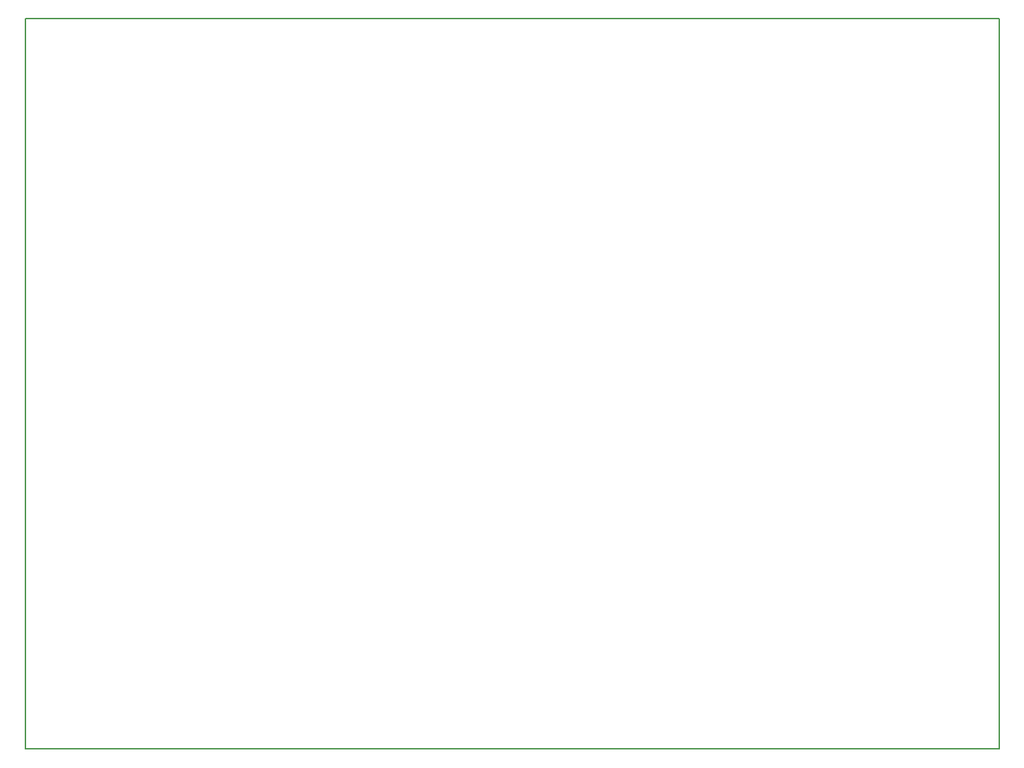
<source format=gko>
G04*
G04 #@! TF.GenerationSoftware,Altium Limited,Altium Designer,19.1.7 (138)*
G04*
G04 Layer_Color=16711935*
%FSLAX24Y24*%
%MOIN*%
G70*
G01*
G75*
%ADD10C,0.0079*%
D10*
X7028Y6211D02*
Y41644D01*
Y6211D02*
X54272D01*
Y41644D01*
X7028D02*
X54272D01*
M02*

</source>
